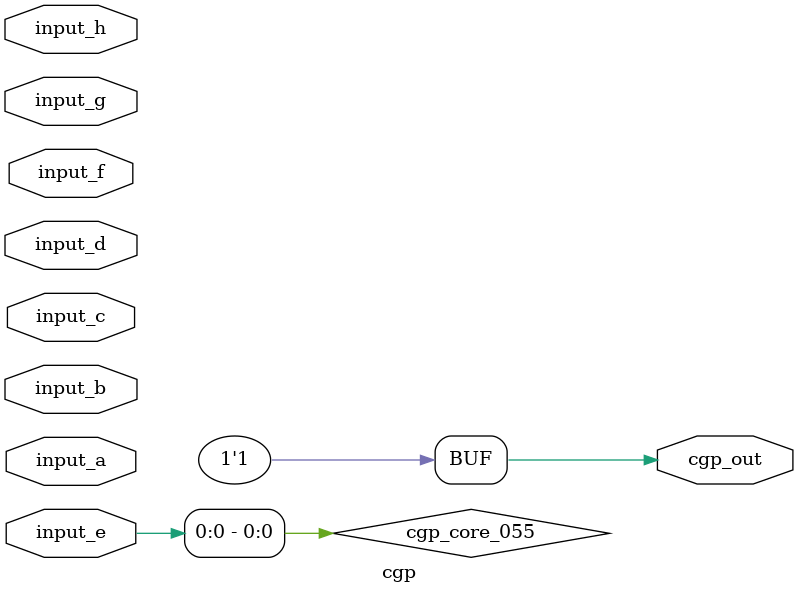
<source format=v>
module cgp(input [1:0] input_a, input [1:0] input_b, input [1:0] input_c, input [1:0] input_d, input [1:0] input_e, input [1:0] input_f, input [1:0] input_g, input [1:0] input_h, output [0:0] cgp_out);
  wire cgp_core_018;
  wire cgp_core_019;
  wire cgp_core_020;
  wire cgp_core_022;
  wire cgp_core_023;
  wire cgp_core_025;
  wire cgp_core_026;
  wire cgp_core_028;
  wire cgp_core_034;
  wire cgp_core_036;
  wire cgp_core_037;
  wire cgp_core_041;
  wire cgp_core_042;
  wire cgp_core_044;
  wire cgp_core_045_not;
  wire cgp_core_046_not;
  wire cgp_core_047;
  wire cgp_core_050;
  wire cgp_core_051;
  wire cgp_core_052_not;
  wire cgp_core_054;
  wire cgp_core_055;
  wire cgp_core_056;
  wire cgp_core_059;
  wire cgp_core_060;
  wire cgp_core_061;
  wire cgp_core_062;
  wire cgp_core_068;
  wire cgp_core_069;
  wire cgp_core_070;
  wire cgp_core_071;
  wire cgp_core_072;
  wire cgp_core_076;
  wire cgp_core_078;
  wire cgp_core_079;
  wire cgp_core_082;
  wire cgp_core_083;
  wire cgp_core_084;
  wire cgp_core_085;
  wire cgp_core_088;
  wire cgp_core_091;
  wire cgp_core_094;
  wire cgp_core_096;
  wire cgp_core_097;

  assign cgp_core_018 = ~input_a[1];
  assign cgp_core_019 = input_a[1] & input_c[0];
  assign cgp_core_020 = ~(input_b[1] ^ input_c[1]);
  assign cgp_core_022 = cgp_core_020 ^ cgp_core_019;
  assign cgp_core_023 = cgp_core_020 & cgp_core_019;
  assign cgp_core_025 = input_a[0] ^ cgp_core_018;
  assign cgp_core_026 = ~(input_a[0] & input_h[1]);
  assign cgp_core_028 = input_a[1] & cgp_core_022;
  assign cgp_core_034 = ~(input_g[0] & input_h[0]);
  assign cgp_core_036 = ~(input_g[1] | input_h[1]);
  assign cgp_core_037 = input_e[1] & input_a[0];
  assign cgp_core_041 = input_g[0] ^ cgp_core_034;
  assign cgp_core_042 = input_d[0] & input_g[1];
  assign cgp_core_044 = input_d[0] & input_c[0];
  assign cgp_core_045_not = ~input_a[0];
  assign cgp_core_046_not = ~cgp_core_042;
  assign cgp_core_047 = ~(cgp_core_044 & input_e[1]);
  assign cgp_core_050 = ~(cgp_core_025 & input_h[1]);
  assign cgp_core_051 = cgp_core_025 & cgp_core_041;
  assign cgp_core_052_not = ~input_e[0];
  assign cgp_core_054 = input_a[1] ^ cgp_core_051;
  assign cgp_core_055 = ~cgp_core_052_not;
  assign cgp_core_056 = cgp_core_045_not | cgp_core_055;
  assign cgp_core_059 = cgp_core_047 ^ cgp_core_056;
  assign cgp_core_060 = ~cgp_core_047;
  assign cgp_core_061 = ~input_h[0];
  assign cgp_core_062 = ~(input_f[0] ^ input_a[0]);
  assign cgp_core_068 = input_e[0] & input_f[0];
  assign cgp_core_069 = input_g[1] ^ input_f[1];
  assign cgp_core_070 = input_e[1] ^ input_e[1];
  assign cgp_core_071 = input_f[1] | input_d[1];
  assign cgp_core_072 = input_c[0] & cgp_core_068;
  assign cgp_core_076 = input_f[1] | input_g[0];
  assign cgp_core_078 = input_b[1] ^ cgp_core_072;
  assign cgp_core_079 = ~(input_e[0] & cgp_core_078);
  assign cgp_core_082 = ~(input_a[1] ^ input_c[0]);
  assign cgp_core_083 = ~cgp_core_071;
  assign cgp_core_084 = ~(cgp_core_054 | input_h[1]);
  assign cgp_core_085 = ~(cgp_core_084 ^ cgp_core_082);
  assign cgp_core_088 = ~(input_e[0] | input_g[1]);
  assign cgp_core_091 = ~(cgp_core_050 ^ input_a[0]);
  assign cgp_core_094 = input_c[0] | input_a[1];
  assign cgp_core_096 = ~(input_d[1] & input_a[1]);
  assign cgp_core_097 = cgp_core_094 | cgp_core_096;

  assign cgp_out[0] = 1'b1;
endmodule
</source>
